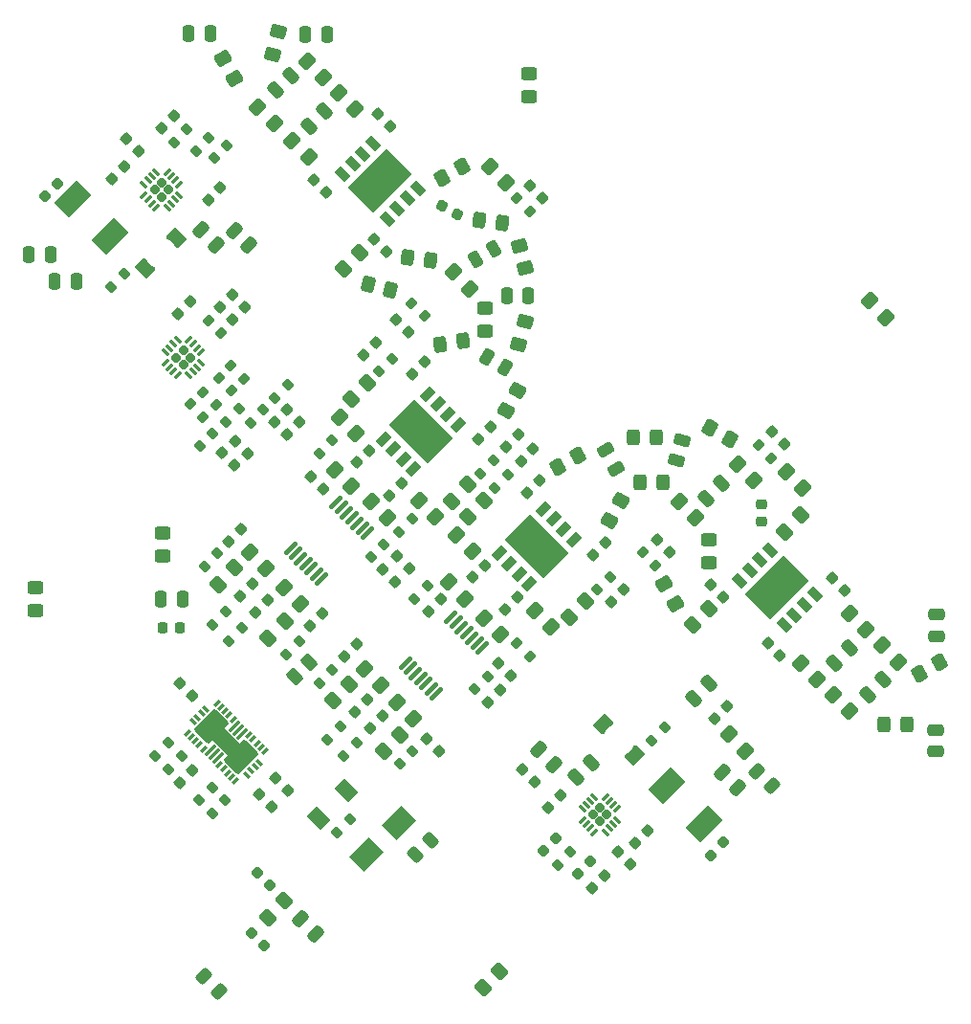
<source format=gbr>
%TF.GenerationSoftware,KiCad,Pcbnew,6.0.10+dfsg-1~bpo11+1*%
%TF.CreationDate,2023-02-14T13:36:45+00:00*%
%TF.ProjectId,QFHMIX01E,5146484d-4958-4303-9145-2e6b69636164,rev?*%
%TF.SameCoordinates,Original*%
%TF.FileFunction,Paste,Bot*%
%TF.FilePolarity,Positive*%
%FSLAX46Y46*%
G04 Gerber Fmt 4.6, Leading zero omitted, Abs format (unit mm)*
G04 Created by KiCad (PCBNEW 6.0.10+dfsg-1~bpo11+1) date 2023-02-14 13:36:45*
%MOMM*%
%LPD*%
G01*
G04 APERTURE LIST*
G04 Aperture macros list*
%AMRoundRect*
0 Rectangle with rounded corners*
0 $1 Rounding radius*
0 $2 $3 $4 $5 $6 $7 $8 $9 X,Y pos of 4 corners*
0 Add a 4 corners polygon primitive as box body*
4,1,4,$2,$3,$4,$5,$6,$7,$8,$9,$2,$3,0*
0 Add four circle primitives for the rounded corners*
1,1,$1+$1,$2,$3*
1,1,$1+$1,$4,$5*
1,1,$1+$1,$6,$7*
1,1,$1+$1,$8,$9*
0 Add four rect primitives between the rounded corners*
20,1,$1+$1,$2,$3,$4,$5,0*
20,1,$1+$1,$4,$5,$6,$7,0*
20,1,$1+$1,$6,$7,$8,$9,0*
20,1,$1+$1,$8,$9,$2,$3,0*%
%AMRotRect*
0 Rectangle, with rotation*
0 The origin of the aperture is its center*
0 $1 length*
0 $2 width*
0 $3 Rotation angle, in degrees counterclockwise*
0 Add horizontal line*
21,1,$1,$2,0,0,$3*%
%AMFreePoly0*
4,1,23,0.405000,0.738384,0.426984,0.740584,0.510585,0.710178,0.572732,0.646525,0.601127,0.562219,0.590153,0.473939,0.583871,0.464186,0.533821,0.287855,0.507137,0.094710,0.507524,-0.100269,0.534977,-0.293306,0.585836,-0.469812,0.592288,-0.479819,0.603305,-0.568094,0.574951,-0.652415,0.512835,-0.716097,0.429248,-0.746543,0.405000,-0.744129,0.405000,-0.750000,-0.645000,-0.750000,
-0.645000,0.750000,0.405000,0.750000,0.405000,0.738384,0.405000,0.738384,$1*%
G04 Aperture macros list end*
%ADD10RoundRect,0.200000X0.053033X-0.335876X0.335876X-0.053033X-0.053033X0.335876X-0.335876X0.053033X0*%
%ADD11RoundRect,0.200000X-0.053033X0.335876X-0.335876X0.053033X0.053033X-0.335876X0.335876X-0.053033X0*%
%ADD12RoundRect,0.225000X0.017678X-0.335876X0.335876X-0.017678X-0.017678X0.335876X-0.335876X0.017678X0*%
%ADD13RoundRect,0.225000X-0.335876X-0.017678X-0.017678X-0.335876X0.335876X0.017678X0.017678X0.335876X0*%
%ADD14RoundRect,0.225000X-0.017678X0.335876X-0.335876X0.017678X0.017678X-0.335876X0.335876X-0.017678X0*%
%ADD15RoundRect,0.200000X0.335876X0.053033X0.053033X0.335876X-0.335876X-0.053033X-0.053033X-0.335876X0*%
%ADD16RoundRect,0.250000X-0.548008X-0.088388X-0.088388X-0.548008X0.548008X0.088388X0.088388X0.548008X0*%
%ADD17RoundRect,0.250000X0.548008X0.088388X0.088388X0.548008X-0.548008X-0.088388X-0.088388X-0.548008X0*%
%ADD18RoundRect,0.225000X0.335876X0.017678X0.017678X0.335876X-0.335876X-0.017678X-0.017678X-0.335876X0*%
%ADD19RoundRect,0.250000X0.250000X0.475000X-0.250000X0.475000X-0.250000X-0.475000X0.250000X-0.475000X0*%
%ADD20RoundRect,0.250000X0.159099X-0.512652X0.512652X-0.159099X-0.159099X0.512652X-0.512652X0.159099X0*%
%ADD21RoundRect,0.250000X-0.020994X0.536362X-0.454006X0.286362X0.020994X-0.536362X0.454006X-0.286362X0*%
%ADD22RoundRect,0.250000X0.454006X0.286362X0.020994X0.536362X-0.454006X-0.286362X-0.020994X-0.536362X0*%
%ADD23RoundRect,0.225000X0.319856X0.104006X-0.069856X0.329006X-0.319856X-0.104006X0.069856X-0.329006X0*%
%ADD24RoundRect,0.250000X0.430394X0.350550X-0.197457X0.518783X-0.430394X-0.350550X0.197457X-0.518783X0*%
%ADD25RoundRect,0.250000X-0.088388X0.548008X-0.548008X0.088388X0.088388X-0.548008X0.548008X-0.088388X0*%
%ADD26RoundRect,0.250000X0.088388X-0.548008X0.548008X-0.088388X-0.088388X0.548008X-0.548008X0.088388X0*%
%ADD27RoundRect,0.250000X0.056458X0.552211X-0.506458X0.227211X-0.056458X-0.552211X0.506458X-0.227211X0*%
%ADD28RoundRect,0.250000X-0.380956X-0.403729X0.263483X-0.488571X0.380956X0.403729X-0.263483X0.488571X0*%
%ADD29RoundRect,0.250000X0.263483X0.488571X-0.380956X0.403729X-0.263483X-0.488571X0.380956X-0.403729X0*%
%ADD30RoundRect,0.250000X0.020994X-0.536362X0.454006X-0.286362X-0.020994X0.536362X-0.454006X0.286362X0*%
%ADD31RoundRect,0.250000X-0.250000X-0.475000X0.250000X-0.475000X0.250000X0.475000X-0.250000X0.475000X0*%
%ADD32RoundRect,0.250000X-0.454006X-0.286362X-0.020994X-0.536362X0.454006X0.286362X0.020994X0.536362X0*%
%ADD33RoundRect,0.250000X0.380956X0.403729X-0.263483X0.488571X-0.380956X-0.403729X0.263483X-0.488571X0*%
%ADD34RoundRect,0.250000X0.227211X-0.506458X0.552211X0.056458X-0.227211X0.506458X-0.552211X-0.056458X0*%
%ADD35RoundRect,0.200000X-0.335876X-0.053033X-0.053033X-0.335876X0.335876X0.053033X0.053033X0.335876X0*%
%ADD36RotRect,0.760000X1.270000X315.000000*%
%ADD37RotRect,4.800000X3.200000X315.000000*%
%ADD38RoundRect,0.250000X0.552211X-0.056458X0.227211X0.506458X-0.552211X0.056458X-0.227211X-0.506458X0*%
%ADD39RoundRect,0.225000X-0.250000X0.225000X-0.250000X-0.225000X0.250000X-0.225000X0.250000X0.225000X0*%
%ADD40RoundRect,0.250000X-0.450000X0.325000X-0.450000X-0.325000X0.450000X-0.325000X0.450000X0.325000X0*%
%ADD41RoundRect,0.250000X0.475000X-0.250000X0.475000X0.250000X-0.475000X0.250000X-0.475000X-0.250000X0*%
%ADD42RoundRect,0.250000X0.536362X0.020994X0.286362X0.454006X-0.536362X-0.020994X-0.286362X-0.454006X0*%
%ADD43RoundRect,0.250000X-0.350550X0.430394X-0.518783X-0.197457X0.350550X-0.430394X0.518783X0.197457X0*%
%ADD44RoundRect,0.250000X-0.512652X-0.159099X-0.159099X-0.512652X0.512652X0.159099X0.159099X0.512652X0*%
%ADD45RoundRect,0.250000X-0.159099X0.512652X-0.512652X0.159099X0.159099X-0.512652X0.512652X-0.159099X0*%
%ADD46RoundRect,0.250000X0.325000X0.450000X-0.325000X0.450000X-0.325000X-0.450000X0.325000X-0.450000X0*%
%ADD47RotRect,2.500000X1.800000X45.000000*%
%ADD48RotRect,1.800000X2.790000X135.000000*%
%ADD49RotRect,1.800000X2.790000X315.000000*%
%ADD50RoundRect,0.250000X0.450000X-0.325000X0.450000X0.325000X-0.450000X0.325000X-0.450000X-0.325000X0*%
%ADD51RoundRect,0.218750X0.335876X0.026517X0.026517X0.335876X-0.335876X-0.026517X-0.026517X-0.335876X0*%
%ADD52RoundRect,0.250000X-0.552211X0.056458X-0.227211X-0.506458X0.552211X-0.056458X0.227211X0.506458X0*%
%ADD53FreePoly0,315.000000*%
%ADD54FreePoly0,135.000000*%
%ADD55RoundRect,0.185000X0.000000X-0.261630X0.261630X0.000000X0.000000X0.261630X-0.261630X0.000000X0*%
%ADD56RoundRect,0.062500X-0.194454X-0.282843X0.282843X0.194454X0.194454X0.282843X-0.282843X-0.194454X0*%
%ADD57RoundRect,0.062500X0.194454X-0.282843X0.282843X-0.194454X-0.194454X0.282843X-0.282843X0.194454X0*%
%ADD58RoundRect,0.218750X-0.026517X0.335876X-0.335876X0.026517X0.026517X-0.335876X0.335876X-0.026517X0*%
%ADD59RoundRect,0.250000X0.512652X0.159099X0.159099X0.512652X-0.512652X-0.159099X-0.159099X-0.512652X0*%
%ADD60RoundRect,0.225000X0.225000X0.250000X-0.225000X0.250000X-0.225000X-0.250000X0.225000X-0.250000X0*%
%ADD61RoundRect,0.250000X0.394110X-0.364421X0.523520X0.118542X-0.394110X0.364421X-0.523520X-0.118542X0*%
%ADD62RoundRect,0.250000X-0.325000X-0.450000X0.325000X-0.450000X0.325000X0.450000X-0.325000X0.450000X0*%
%ADD63RoundRect,0.100000X0.380070X0.521491X-0.521491X-0.380070X-0.380070X-0.521491X0.521491X0.380070X0*%
%ADD64RoundRect,0.243750X0.494975X0.150260X0.150260X0.494975X-0.494975X-0.150260X-0.150260X-0.494975X0*%
%ADD65RoundRect,0.250000X0.518783X-0.197457X0.350550X0.430394X-0.518783X0.197457X-0.350550X-0.430394X0*%
%ADD66RoundRect,0.250000X-0.132583X0.503814X-0.503814X0.132583X0.132583X-0.503814X0.503814X-0.132583X0*%
%ADD67RotRect,0.760000X1.270000X45.000000*%
%ADD68RotRect,4.800000X3.200000X45.000000*%
%ADD69RoundRect,0.243750X-0.150260X0.494975X-0.494975X0.150260X0.150260X-0.494975X0.494975X-0.150260X0*%
%ADD70RoundRect,0.250000X0.506458X0.227211X-0.056458X0.552211X-0.506458X-0.227211X0.056458X-0.552211X0*%
%ADD71RoundRect,0.218750X0.026517X-0.335876X0.335876X-0.026517X-0.026517X0.335876X-0.335876X0.026517X0*%
%ADD72RoundRect,0.218750X-0.335876X-0.026517X-0.026517X-0.335876X0.335876X0.026517X0.026517X0.335876X0*%
%ADD73RoundRect,0.185000X0.000000X0.261630X-0.261630X0.000000X0.000000X-0.261630X0.261630X0.000000X0*%
%ADD74RoundRect,0.062500X0.194454X0.282843X-0.282843X-0.194454X-0.194454X-0.282843X0.282843X0.194454X0*%
%ADD75RoundRect,0.062500X-0.194454X0.282843X-0.282843X0.194454X0.194454X-0.282843X0.282843X-0.194454X0*%
%ADD76RotRect,0.760000X1.270000X225.000000*%
%ADD77RotRect,4.800000X3.200000X225.000000*%
%ADD78RoundRect,0.250000X0.350550X-0.430394X0.518783X0.197457X-0.350550X0.430394X-0.518783X-0.197457X0*%
%ADD79RoundRect,0.185000X-0.261630X0.000000X0.000000X-0.261630X0.261630X0.000000X0.000000X0.261630X0*%
%ADD80RoundRect,0.062500X-0.282843X0.194454X0.194454X-0.282843X0.282843X-0.194454X-0.194454X0.282843X0*%
%ADD81RoundRect,0.062500X-0.282843X-0.194454X-0.194454X-0.282843X0.282843X0.194454X0.194454X0.282843X0*%
%ADD82RotRect,0.600000X0.300000X225.000000*%
%ADD83RotRect,1.300000X0.300000X225.000000*%
%ADD84RotRect,0.600000X0.300000X135.000000*%
%ADD85RotRect,1.450000X2.000000X225.000000*%
%ADD86RoundRect,0.185000X0.279307X1.325825X-1.325825X-0.279307X-0.279307X-1.325825X1.325825X0.279307X0*%
%ADD87RotRect,1.300000X1.700000X225.000000*%
%ADD88FreePoly0,225.000000*%
%ADD89FreePoly0,45.000000*%
%ADD90RoundRect,0.250000X-0.394110X0.364421X-0.523520X-0.118542X0.394110X-0.364421X0.523520X0.118542X0*%
%ADD91RoundRect,0.250000X-0.536362X-0.020994X-0.286362X-0.454006X0.536362X0.020994X0.286362X0.454006X0*%
G04 APERTURE END LIST*
D10*
%TO.C,R15*%
X129540837Y-82091963D03*
X130707563Y-80925237D03*
%TD*%
D11*
%TO.C,R11*%
X128370763Y-83109637D03*
X127204037Y-84276363D03*
%TD*%
D12*
%TO.C,C19*%
X132151992Y-98948008D03*
X133248008Y-97851992D03*
%TD*%
%TO.C,C18*%
X130769992Y-97576008D03*
X131866008Y-96479992D03*
%TD*%
D13*
%TO.C,C13*%
X129194200Y-84862823D03*
X130290216Y-85958839D03*
%TD*%
D14*
%TO.C,C2*%
X131231008Y-71943592D03*
X130134992Y-73039608D03*
%TD*%
D13*
%TO.C,C12*%
X130337200Y-83846823D03*
X131433216Y-84942839D03*
%TD*%
D14*
%TO.C,C1*%
X130138808Y-70876792D03*
X129042792Y-71972808D03*
%TD*%
D15*
%TO.C,R6*%
X131114800Y-78308200D03*
X129948074Y-77141474D03*
%TD*%
D10*
%TO.C,R14*%
X131674437Y-82193563D03*
X132841163Y-81026837D03*
%TD*%
D11*
%TO.C,R10*%
X135000163Y-78867837D03*
X133833437Y-80034563D03*
%TD*%
D12*
%TO.C,C21*%
X142326992Y-109260008D03*
X143423008Y-108163992D03*
%TD*%
%TO.C,C20*%
X140929992Y-107812208D03*
X142026008Y-106716192D03*
%TD*%
D10*
%TO.C,R26*%
X127120339Y-115607097D03*
X128287065Y-114440371D03*
%TD*%
%TO.C,R21*%
X129796880Y-101480517D03*
X130963606Y-100313791D03*
%TD*%
%TO.C,R25*%
X124426262Y-112841180D03*
X125592988Y-111674454D03*
%TD*%
%TO.C,R24*%
X123258828Y-111673746D03*
X124425554Y-110507020D03*
%TD*%
%TO.C,R20*%
X128360040Y-100043676D03*
X129526766Y-98876950D03*
%TD*%
%TO.C,R23*%
X139953762Y-111637399D03*
X141120488Y-110470673D03*
%TD*%
%TO.C,R27*%
X128287772Y-116774532D03*
X129454498Y-115607806D03*
%TD*%
D13*
%TO.C,C11*%
X133843392Y-82103592D03*
X134939408Y-83199608D03*
%TD*%
%TO.C,C10*%
X134899400Y-81051400D03*
X135995416Y-82147416D03*
%TD*%
D12*
%TO.C,C16*%
X129804792Y-92699208D03*
X130900808Y-91603192D03*
%TD*%
%TO.C,C17*%
X136992992Y-100141408D03*
X138089008Y-99045392D03*
%TD*%
D13*
%TO.C,C24*%
X132469885Y-115044885D03*
X133565901Y-116140901D03*
%TD*%
D14*
%TO.C,C25*%
X126532008Y-112964592D03*
X125435992Y-114060608D03*
%TD*%
D13*
%TO.C,C22*%
X125413524Y-105226063D03*
X126509540Y-106322079D03*
%TD*%
%TO.C,C8*%
X137051992Y-86951992D03*
X138148008Y-88048008D03*
%TD*%
%TO.C,C23*%
X133944885Y-113594885D03*
X135040901Y-114690901D03*
%TD*%
D12*
%TO.C,C3*%
X125308992Y-72557008D03*
X126405008Y-71460992D03*
%TD*%
D10*
%TO.C,R22*%
X138516919Y-110200559D03*
X139683645Y-109033833D03*
%TD*%
D16*
%TO.C,L8*%
X131660016Y-93661616D03*
X133109584Y-95111184D03*
%TD*%
D17*
%TO.C,L12*%
X136132184Y-98209984D03*
X134682616Y-96760416D03*
%TD*%
D18*
%TO.C,C41*%
X145683608Y-74182608D03*
X144587592Y-73086592D03*
%TD*%
D13*
%TO.C,C44*%
X156423992Y-61199392D03*
X157520008Y-62295408D03*
%TD*%
D14*
%TO.C,C58*%
X142813408Y-75143992D03*
X141717392Y-76240008D03*
%TD*%
%TO.C,C61*%
X155411808Y-83246592D03*
X154315792Y-84342608D03*
%TD*%
D19*
%TO.C,C28*%
X128127800Y-47752000D03*
X126227800Y-47752000D03*
%TD*%
D20*
%TO.C,C32*%
X133897449Y-52792551D03*
X135240951Y-51449049D03*
%TD*%
D18*
%TO.C,C36*%
X138368408Y-61787408D03*
X137272392Y-60691392D03*
%TD*%
%TO.C,C45*%
X143727808Y-67045208D03*
X142631792Y-65949192D03*
%TD*%
D12*
%TO.C,C56*%
X146009992Y-77891008D03*
X147106008Y-76794992D03*
%TD*%
D14*
%TO.C,C62*%
X142235088Y-84632070D03*
X141139072Y-85728086D03*
%TD*%
D21*
%TO.C,C49*%
X153248124Y-66809600D03*
X151602676Y-67759600D03*
%TD*%
D19*
%TO.C,C51*%
X156271000Y-70993000D03*
X154371000Y-70993000D03*
%TD*%
D22*
%TO.C,C53*%
X154238724Y-77310000D03*
X152593276Y-76360000D03*
%TD*%
D19*
%TO.C,C29*%
X138465600Y-47802800D03*
X136565600Y-47802800D03*
%TD*%
D20*
%TO.C,C34*%
X136920049Y-55942151D03*
X138263551Y-54598649D03*
%TD*%
D13*
%TO.C,C37*%
X142961992Y-54900192D03*
X144058008Y-55996208D03*
%TD*%
D23*
%TO.C,C46*%
X149972370Y-63735100D03*
X148630030Y-62960100D03*
%TD*%
D14*
%TO.C,C63*%
X145074008Y-87551992D03*
X143977992Y-88648008D03*
%TD*%
%TO.C,C64*%
X152437139Y-94788641D03*
X151341123Y-95884657D03*
%TD*%
%TO.C,C65*%
X155310208Y-97622992D03*
X154214192Y-98719008D03*
%TD*%
D13*
%TO.C,C47*%
X177821584Y-82977984D03*
X178917600Y-84074000D03*
%TD*%
D12*
%TO.C,C59*%
X163612192Y-98033208D03*
X164708208Y-96937192D03*
%TD*%
%TO.C,C60*%
X155636592Y-85587208D03*
X156732608Y-84491192D03*
%TD*%
D24*
%TO.C,L31*%
X144068274Y-70470890D03*
X142088126Y-69940310D03*
%TD*%
D17*
%TO.C,L35*%
X154293184Y-60998984D03*
X152843616Y-59549416D03*
%TD*%
D25*
%TO.C,L59*%
X142024784Y-78675216D03*
X140575216Y-80124784D03*
%TD*%
%TO.C,L63*%
X150965784Y-87667216D03*
X149516216Y-89116784D03*
%TD*%
D26*
%TO.C,L32*%
X139940416Y-68618984D03*
X141389984Y-67169416D03*
%TD*%
D27*
%TO.C,L36*%
X150392076Y-59507700D03*
X148616724Y-60532700D03*
%TD*%
D16*
%TO.C,L60*%
X139559416Y-81698216D03*
X141008984Y-83147784D03*
%TD*%
D17*
%TO.C,L64*%
X148070184Y-90488384D03*
X146620616Y-89038816D03*
%TD*%
D28*
%TO.C,L39*%
X145617969Y-67582611D03*
X147650431Y-67850189D03*
%TD*%
D29*
%TO.C,L57*%
X150495231Y-74974011D03*
X148462769Y-75241589D03*
%TD*%
D20*
%TO.C,L17*%
X133897449Y-52792551D03*
X135240951Y-51449049D03*
%TD*%
%TO.C,L23*%
X136920049Y-55942151D03*
X138263551Y-54598649D03*
%TD*%
D30*
%TO.C,L42*%
X151602676Y-67759600D03*
X153248124Y-66809600D03*
%TD*%
D31*
%TO.C,L48*%
X154371000Y-70993000D03*
X156271000Y-70993000D03*
%TD*%
D32*
%TO.C,L54*%
X152593276Y-76360000D03*
X154238724Y-77310000D03*
%TD*%
D33*
%TO.C,L40*%
X153949631Y-64548189D03*
X151917169Y-64280611D03*
%TD*%
D34*
%TO.C,L58*%
X154325900Y-81126276D03*
X155350900Y-79350924D03*
%TD*%
D26*
%TO.C,L33*%
X178980216Y-91834584D03*
X180429784Y-90385016D03*
%TD*%
D16*
%TO.C,L61*%
X156875216Y-98775216D03*
X158324784Y-100224784D03*
%TD*%
D17*
%TO.C,L65*%
X151346784Y-93561784D03*
X149897216Y-92112216D03*
%TD*%
%TO.C,L34*%
X180567483Y-88009883D03*
X179117915Y-86560315D03*
%TD*%
D26*
%TO.C,L62*%
X159875216Y-99424784D03*
X161324784Y-97975216D03*
%TD*%
%TO.C,L66*%
X150913216Y-90513784D03*
X152362784Y-89064216D03*
%TD*%
D15*
%TO.C,R29*%
X147115963Y-72770163D03*
X145949237Y-71603437D03*
%TD*%
D35*
%TO.C,R31*%
X155245637Y-62332437D03*
X156412363Y-63499163D03*
%TD*%
D11*
%TO.C,R32*%
X144220363Y-76505637D03*
X143053637Y-77672363D03*
%TD*%
D10*
%TO.C,R34*%
X152016637Y-86683363D03*
X153183363Y-85516637D03*
%TD*%
D35*
%TO.C,R30*%
X176633274Y-84177274D03*
X177800000Y-85344000D03*
%TD*%
D10*
%TO.C,R33*%
X162357637Y-96976363D03*
X163524363Y-95809637D03*
%TD*%
D11*
%TO.C,R35*%
X154483363Y-86816637D03*
X153316637Y-87983363D03*
%TD*%
D36*
%TO.C,U7*%
X147393263Y-79662660D03*
X148291289Y-80560686D03*
D37*
X146764645Y-82985355D03*
D36*
X149189314Y-81458711D03*
X150087340Y-82356737D03*
X146136027Y-86308050D03*
X145238001Y-85410024D03*
X144339976Y-84511999D03*
X143441950Y-83613973D03*
%TD*%
%TO.C,U8*%
X157643263Y-89812660D03*
D37*
X157014645Y-93135355D03*
D36*
X158541289Y-90710686D03*
X159439314Y-91608711D03*
X160337340Y-92506737D03*
X156386027Y-96458050D03*
X155488001Y-95560024D03*
X154589976Y-94661999D03*
X153691950Y-93763973D03*
%TD*%
D15*
%TO.C,R28*%
X167562963Y-94817363D03*
X166396237Y-93650637D03*
%TD*%
D18*
%TO.C,C40*%
X168772208Y-93613608D03*
X167676192Y-92517592D03*
%TD*%
D25*
%TO.C,L29*%
X172250984Y-98665416D03*
X170801416Y-100114984D03*
%TD*%
D38*
%TO.C,L30*%
X169320900Y-98245876D03*
X168295900Y-96470524D03*
%TD*%
D26*
%TO.C,L7*%
X128815216Y-96482784D03*
X130264784Y-95033216D03*
%TD*%
D16*
%TO.C,L9*%
X141794616Y-103974016D03*
X143244184Y-105423584D03*
%TD*%
D18*
%TO.C,C27*%
X156885008Y-113959008D03*
X155788992Y-112862992D03*
%TD*%
D11*
%TO.C,R18*%
X138937163Y-104039237D03*
X137770437Y-105205963D03*
%TD*%
%TO.C,R4*%
X147383363Y-96616637D03*
X146216637Y-97783363D03*
%TD*%
D39*
%TO.C,C42*%
X176911000Y-89395000D03*
X176911000Y-90945000D03*
%TD*%
D40*
%TO.C,L51*%
X152476200Y-72025400D03*
X152476200Y-74075400D03*
%TD*%
D41*
%TO.C,C30*%
X192405000Y-101087000D03*
X192405000Y-99187000D03*
%TD*%
D42*
%TO.C,C52*%
X164076400Y-86268324D03*
X163126400Y-84622876D03*
%TD*%
D43*
%TO.C,L14*%
X134199490Y-47600126D03*
X133668910Y-49580274D03*
%TD*%
D44*
%TO.C,C89*%
X173445249Y-113120249D03*
X174788751Y-114463751D03*
%TD*%
D26*
%TO.C,L6*%
X143445616Y-111265584D03*
X144895184Y-109816016D03*
%TD*%
D45*
%TO.C,L41*%
X173391751Y-87542449D03*
X172048249Y-88885951D03*
%TD*%
D46*
%TO.C,L49*%
X167598200Y-83489800D03*
X165548200Y-83489800D03*
%TD*%
D16*
%TO.C,L20*%
X136714616Y-50176816D03*
X138164184Y-51626384D03*
%TD*%
D31*
%TO.C,C84*%
X112080000Y-67310000D03*
X113980000Y-67310000D03*
%TD*%
D47*
%TO.C,D1*%
X141968786Y-120413214D03*
X144797214Y-117584786D03*
%TD*%
D48*
%TO.C,L67*%
X119305364Y-65736764D03*
D49*
X115950143Y-62381543D03*
%TD*%
D10*
%TO.C,R41*%
X119380837Y-70179363D03*
X120547563Y-69012637D03*
%TD*%
D27*
%TO.C,L15*%
X192683076Y-103348100D03*
X190907724Y-104373100D03*
%TD*%
D16*
%TO.C,L44*%
X169607616Y-89165816D03*
X171057184Y-90615384D03*
%TD*%
D11*
%TO.C,R17*%
X128783363Y-93716637D03*
X127616637Y-94883363D03*
%TD*%
D13*
%TO.C,C7*%
X153670000Y-103505000D03*
X154766016Y-104601016D03*
%TD*%
D12*
%TO.C,C9*%
X147457792Y-98896808D03*
X148553808Y-97800792D03*
%TD*%
D45*
%TO.C,L18*%
X187641151Y-104890649D03*
X186297649Y-106234151D03*
%TD*%
D50*
%TO.C,L74*%
X156337000Y-53349000D03*
X156337000Y-51299000D03*
%TD*%
D19*
%TO.C,C79*%
X125664000Y-97790000D03*
X123764000Y-97790000D03*
%TD*%
D18*
%TO.C,C67*%
X121833008Y-58206008D03*
X120736992Y-57109992D03*
%TD*%
D51*
%TO.C,C74*%
X132916247Y-128445847D03*
X131802553Y-127332153D03*
%TD*%
D52*
%TO.C,L13*%
X129256100Y-49937724D03*
X130281100Y-51713076D03*
%TD*%
D53*
%TO.C,D3*%
X162990962Y-108888962D03*
D54*
X165685038Y-111583038D03*
%TD*%
D55*
%TO.C,U9*%
X124426041Y-61595000D03*
X123223959Y-61595000D03*
X123825000Y-62196041D03*
X123825000Y-60993959D03*
D56*
X123330025Y-63150635D03*
X122976472Y-62797082D03*
X122622918Y-62443528D03*
X122269365Y-62089975D03*
D57*
X122269365Y-61100025D03*
X122622918Y-60746472D03*
X122976472Y-60392918D03*
X123330025Y-60039365D03*
D56*
X124319975Y-60039365D03*
X124673528Y-60392918D03*
X125027082Y-60746472D03*
X125380635Y-61100025D03*
D57*
X125380635Y-62089975D03*
X125027082Y-62443528D03*
X124673528Y-62797082D03*
X124319975Y-63150635D03*
%TD*%
D16*
%TO.C,L26*%
X139508616Y-52996216D03*
X140958184Y-54445784D03*
%TD*%
D11*
%TO.C,R46*%
X160032183Y-120187709D03*
X158865457Y-121354435D03*
%TD*%
D12*
%TO.C,C86*%
X158074992Y-116245008D03*
X159171008Y-115148992D03*
%TD*%
D14*
%TO.C,C91*%
X173903008Y-107274992D03*
X172806992Y-108371008D03*
%TD*%
D58*
%TO.C,R45*%
X158735667Y-118967563D03*
X157621973Y-120081257D03*
%TD*%
D26*
%TO.C,L11*%
X133275216Y-101224784D03*
X134724784Y-99775216D03*
%TD*%
D35*
%TO.C,R1*%
X127966037Y-73127437D03*
X129132763Y-74294163D03*
%TD*%
D10*
%TO.C,R3*%
X137770437Y-84885963D03*
X138937163Y-83719237D03*
%TD*%
D40*
%TO.C,L73*%
X112649000Y-96765000D03*
X112649000Y-98815000D03*
%TD*%
D35*
%TO.C,R2*%
X155245637Y-101727837D03*
X156412363Y-102894563D03*
%TD*%
D59*
%TO.C,C70*%
X131583351Y-66508551D03*
X130239849Y-65165049D03*
%TD*%
D12*
%TO.C,C5*%
X152690192Y-106923208D03*
X153786208Y-105827192D03*
%TD*%
%TO.C,C55*%
X162037392Y-93893008D03*
X163133408Y-92796992D03*
%TD*%
D16*
%TO.C,L19*%
X132345816Y-54240816D03*
X133795384Y-55690384D03*
%TD*%
D45*
%TO.C,C78*%
X161834751Y-112231249D03*
X160491249Y-113574751D03*
%TD*%
D16*
%TO.C,L25*%
X135393816Y-57212616D03*
X136843384Y-58662184D03*
%TD*%
%TO.C,L3*%
X149262216Y-96303216D03*
X150711784Y-97752784D03*
%TD*%
D46*
%TO.C,L16*%
X189797800Y-108864400D03*
X187747800Y-108864400D03*
%TD*%
D45*
%TO.C,L24*%
X184720151Y-102122049D03*
X183376649Y-103465551D03*
%TD*%
D60*
%TO.C,C80*%
X125489000Y-100330000D03*
X123939000Y-100330000D03*
%TD*%
D10*
%TO.C,R37*%
X124918037Y-57377763D03*
X126084763Y-56211037D03*
%TD*%
D17*
%TO.C,L21*%
X189014984Y-103340784D03*
X187565416Y-101891216D03*
%TD*%
D61*
%TO.C,C50*%
X169375322Y-85550430D03*
X169867078Y-83715170D03*
%TD*%
D17*
%TO.C,L5*%
X146139784Y-108369984D03*
X144690216Y-106920416D03*
%TD*%
D62*
%TO.C,L50*%
X166183200Y-87426800D03*
X168233200Y-87426800D03*
%TD*%
D49*
%TO.C,L68*%
X168519633Y-114333572D03*
D48*
X171874854Y-117688793D03*
%TD*%
D45*
%TO.C,C33*%
X187641151Y-104890649D03*
X186297649Y-106234151D03*
%TD*%
D15*
%TO.C,R9*%
X127507163Y-81710963D03*
X126340437Y-80544237D03*
%TD*%
D40*
%TO.C,L69*%
X123952000Y-91939000D03*
X123952000Y-93989000D03*
%TD*%
D63*
%TO.C,U3*%
X149444194Y-99389250D03*
X149903813Y-99848869D03*
X150363433Y-100308488D03*
X150823052Y-100768108D03*
X151282672Y-101227727D03*
X151742291Y-101687347D03*
X152201910Y-102146966D03*
X148153724Y-106195152D03*
X147694105Y-105735533D03*
X147234485Y-105275914D03*
X146774866Y-104816294D03*
X146315246Y-104356675D03*
X145855627Y-103897055D03*
X145396008Y-103437436D03*
%TD*%
D64*
%TO.C,C87*%
X177827913Y-114327913D03*
X176502087Y-113002087D03*
%TD*%
D11*
%TO.C,R16*%
X146049163Y-111227437D03*
X144882437Y-112394163D03*
%TD*%
D65*
%TO.C,L46*%
X156018090Y-68528674D03*
X155487510Y-66548526D03*
%TD*%
D66*
%TO.C,TH1*%
X136916235Y-103367765D03*
X135625765Y-104658235D03*
%TD*%
D45*
%TO.C,C35*%
X184720151Y-102122049D03*
X183376649Y-103465551D03*
%TD*%
D12*
%TO.C,C69*%
X123861192Y-56123208D03*
X124957208Y-55027192D03*
%TD*%
D40*
%TO.C,L38*%
X172262800Y-92548600D03*
X172262800Y-94598600D03*
%TD*%
D17*
%TO.C,L4*%
X143824784Y-90615384D03*
X142375216Y-89165816D03*
%TD*%
D13*
%TO.C,C38*%
X183195592Y-95921192D03*
X184291608Y-97017208D03*
%TD*%
D16*
%TO.C,L72*%
X186473216Y-71411216D03*
X187922784Y-72860784D03*
%TD*%
D11*
%TO.C,R19*%
X136016163Y-101516637D03*
X134849437Y-102683363D03*
%TD*%
D67*
%TO.C,U5*%
X139857105Y-60204382D03*
D68*
X143179800Y-60833000D03*
D67*
X140755131Y-59306356D03*
X141653156Y-58408331D03*
X142551182Y-57510305D03*
X146502495Y-61461618D03*
X145604469Y-62359644D03*
X144706444Y-63257669D03*
X143808418Y-64155695D03*
%TD*%
D16*
%TO.C,L2*%
X139175216Y-86375216D03*
X140624784Y-87824784D03*
%TD*%
D15*
%TO.C,R7*%
X130047163Y-79374163D03*
X128880437Y-78207437D03*
%TD*%
%TO.C,R8*%
X128675563Y-80644163D03*
X127508837Y-79477437D03*
%TD*%
D14*
%TO.C,C66*%
X120563008Y-59522992D03*
X119466992Y-60619008D03*
%TD*%
D44*
%TO.C,C26*%
X136107249Y-126074249D03*
X137450751Y-127417751D03*
%TD*%
D11*
%TO.C,R40*%
X168350363Y-109144637D03*
X167183637Y-110311363D03*
%TD*%
D13*
%TO.C,C68*%
X164261436Y-120133261D03*
X165357452Y-121229277D03*
%TD*%
D69*
%TO.C,C76*%
X147601913Y-119098087D03*
X146276087Y-120423913D03*
%TD*%
D16*
%TO.C,L45*%
X149694016Y-68871216D03*
X151143584Y-70320784D03*
%TD*%
D17*
%TO.C,L28*%
X181877584Y-104940984D03*
X180428016Y-103491416D03*
%TD*%
D12*
%TO.C,C54*%
X156169992Y-88432008D03*
X157266008Y-87335992D03*
%TD*%
D10*
%TO.C,R38*%
X128474037Y-58800163D03*
X129640763Y-57633437D03*
%TD*%
D17*
%TO.C,L70*%
X175476784Y-111214784D03*
X174027216Y-109765216D03*
%TD*%
D13*
%TO.C,C43*%
X172425992Y-96505392D03*
X173522008Y-97601408D03*
%TD*%
D10*
%TO.C,R36*%
X139370637Y-118439363D03*
X140537363Y-117272637D03*
%TD*%
D11*
%TO.C,R12*%
X143509163Y-92939437D03*
X142342437Y-94106163D03*
%TD*%
D13*
%TO.C,C6*%
X143433800Y-95199200D03*
X144529816Y-96295216D03*
%TD*%
D20*
%TO.C,C48*%
X172048249Y-88885951D03*
X173391751Y-87542449D03*
%TD*%
D14*
%TO.C,C82*%
X129046608Y-61427992D03*
X127950592Y-62524008D03*
%TD*%
D12*
%TO.C,C14*%
X140040992Y-102910008D03*
X141137008Y-101813992D03*
%TD*%
D45*
%TO.C,C90*%
X172248751Y-105246249D03*
X170905249Y-106589751D03*
%TD*%
D10*
%TO.C,R13*%
X151511837Y-105790163D03*
X152678563Y-104623437D03*
%TD*%
D70*
%TO.C,L43*%
X174115676Y-83672100D03*
X172340324Y-82647100D03*
%TD*%
D71*
%TO.C,C72*%
X113489153Y-62151847D03*
X114602847Y-61038153D03*
%TD*%
%TO.C,C88*%
X172417153Y-120444847D03*
X173530847Y-119331153D03*
%TD*%
D25*
%TO.C,L75*%
X153759784Y-130720216D03*
X152310216Y-132169784D03*
%TD*%
D64*
%TO.C,C73*%
X128932913Y-132488913D03*
X127607087Y-131163087D03*
%TD*%
D17*
%TO.C,L1*%
X153824784Y-100924784D03*
X152375216Y-99475216D03*
%TD*%
D72*
%TO.C,C77*%
X132285153Y-121998153D03*
X133398847Y-123111847D03*
%TD*%
D41*
%TO.C,C31*%
X192303400Y-111287600D03*
X192303400Y-109387600D03*
%TD*%
D73*
%TO.C,U11*%
X162623820Y-116256369D03*
X162022779Y-116857410D03*
X163224861Y-116857410D03*
X162623820Y-117458451D03*
D74*
X163118795Y-115301775D03*
X163472348Y-115655328D03*
X163825902Y-116008882D03*
X164179455Y-116362435D03*
D75*
X164179455Y-117352385D03*
X163825902Y-117705938D03*
X163472348Y-118059492D03*
X163118795Y-118413045D03*
D74*
X162128845Y-118413045D03*
X161775292Y-118059492D03*
X161421738Y-117705938D03*
X161068185Y-117352385D03*
D75*
X161068185Y-116362435D03*
X161421738Y-116008882D03*
X161775292Y-115655328D03*
X162128845Y-115301775D03*
%TD*%
D76*
%TO.C,U6*%
X181630695Y-97402618D03*
X180732669Y-98300644D03*
D77*
X178308000Y-96774000D03*
D76*
X179834644Y-99198669D03*
X178936618Y-100096695D03*
X174985305Y-96145382D03*
X175883331Y-95247356D03*
X176781356Y-94349331D03*
X177679382Y-93451305D03*
%TD*%
D44*
%TO.C,C75*%
X157189249Y-111088249D03*
X158532751Y-112431751D03*
%TD*%
D78*
%TO.C,L52*%
X155462110Y-75234274D03*
X155992690Y-73254126D03*
%TD*%
D18*
%TO.C,C39*%
X178576608Y-102808408D03*
X177480592Y-101712392D03*
%TD*%
D19*
%TO.C,C85*%
X116266000Y-69723000D03*
X114366000Y-69723000D03*
%TD*%
D10*
%TO.C,R39*%
X126848437Y-58190563D03*
X128015163Y-57023837D03*
%TD*%
D12*
%TO.C,C81*%
X165788079Y-119343424D03*
X166884095Y-118247408D03*
%TD*%
D79*
%TO.C,U1*%
X125748144Y-75820505D03*
X126349185Y-76421546D03*
X125748144Y-77022587D03*
X125147103Y-76421546D03*
D80*
X124192509Y-75926571D03*
X124546062Y-75573018D03*
X124899616Y-75219464D03*
X125253169Y-74865911D03*
D81*
X126243119Y-74865911D03*
X126596672Y-75219464D03*
X126950226Y-75573018D03*
X127303779Y-75926571D03*
D80*
X127303779Y-76916521D03*
X126950226Y-77270074D03*
X126596672Y-77623628D03*
X126243119Y-77977181D03*
D81*
X125253169Y-77977181D03*
X124899616Y-77623628D03*
X124546062Y-77270074D03*
X124192509Y-76916521D03*
%TD*%
D26*
%TO.C,L71*%
X133260216Y-125946784D03*
X134709784Y-124497216D03*
%TD*%
D13*
%TO.C,C4*%
X144663792Y-93965392D03*
X145759808Y-95061408D03*
%TD*%
D63*
%TO.C,U2*%
X139287313Y-89232369D03*
X139746932Y-89691988D03*
X140206552Y-90151607D03*
X140666171Y-90611227D03*
X141125791Y-91070846D03*
X141585410Y-91530466D03*
X142045029Y-91990085D03*
X137996843Y-96038271D03*
X137537224Y-95578652D03*
X137077604Y-95119033D03*
X136617985Y-94659413D03*
X136158365Y-94199794D03*
X135698746Y-93740174D03*
X135239127Y-93280555D03*
%TD*%
D17*
%TO.C,L37*%
X176289584Y-87313384D03*
X174840016Y-85863816D03*
%TD*%
D59*
%TO.C,C71*%
X128687751Y-66457751D03*
X127344249Y-65114249D03*
%TD*%
D82*
%TO.C,U4*%
X128740460Y-107014336D03*
X129094014Y-107367890D03*
X129447567Y-107721443D03*
X129801120Y-108074996D03*
X130154674Y-108428550D03*
D83*
X130260740Y-109029590D03*
X130614293Y-109383144D03*
X130967847Y-109736697D03*
D82*
X131568887Y-109842763D03*
X131922441Y-110196317D03*
X132275994Y-110549870D03*
X132629547Y-110903423D03*
X132983101Y-111256977D03*
D84*
X132452771Y-112282282D03*
X132099217Y-112635835D03*
X131745664Y-112989388D03*
X131392111Y-113342942D03*
D82*
X130366806Y-113873272D03*
X130013252Y-113519718D03*
X129659699Y-113166165D03*
X129306146Y-112812612D03*
X128952592Y-112459058D03*
D83*
X128846526Y-111858018D03*
X128492973Y-111504464D03*
X128139419Y-111150911D03*
D82*
X127538379Y-111044845D03*
X127184825Y-110691291D03*
X126831272Y-110337738D03*
X126477719Y-109984185D03*
X126124165Y-109630631D03*
D84*
X126654495Y-108605326D03*
X127008049Y-108251773D03*
X127361602Y-107898220D03*
X127715155Y-107544666D03*
D85*
X129553633Y-110443804D03*
D86*
X130900671Y-111790842D03*
X128206595Y-109096766D03*
%TD*%
D87*
%TO.C,D2*%
X140175437Y-114713563D03*
X137700563Y-117188437D03*
%TD*%
D34*
%TO.C,L56*%
X163495300Y-90879876D03*
X164520300Y-89104524D03*
%TD*%
D88*
%TO.C,D4*%
X125095838Y-65835962D03*
D89*
X122401762Y-68530038D03*
%TD*%
D27*
%TO.C,L55*%
X160704476Y-85060100D03*
X158929124Y-86085100D03*
%TD*%
D26*
%TO.C,L10*%
X139026016Y-106769784D03*
X140475584Y-105320216D03*
%TD*%
D90*
%TO.C,L47*%
X169867078Y-83715170D03*
X169375322Y-85550430D03*
%TD*%
D10*
%TO.C,R5*%
X144816637Y-91883363D03*
X145983363Y-90716637D03*
%TD*%
D17*
%TO.C,L22*%
X184696984Y-107684184D03*
X183247416Y-106234616D03*
%TD*%
D14*
%TO.C,C83*%
X163032064Y-122265638D03*
X161936048Y-123361654D03*
%TD*%
D17*
%TO.C,L27*%
X186195584Y-100495984D03*
X184746016Y-99046416D03*
%TD*%
D58*
%TO.C,R44*%
X161783667Y-120999563D03*
X160669973Y-122113257D03*
%TD*%
D12*
%TO.C,C57*%
X151902792Y-83631408D03*
X152998808Y-82535392D03*
%TD*%
D13*
%TO.C,C15*%
X147279992Y-110195992D03*
X148376008Y-111292008D03*
%TD*%
D91*
%TO.C,L53*%
X163126400Y-84622876D03*
X164076400Y-86268324D03*
%TD*%
M02*

</source>
